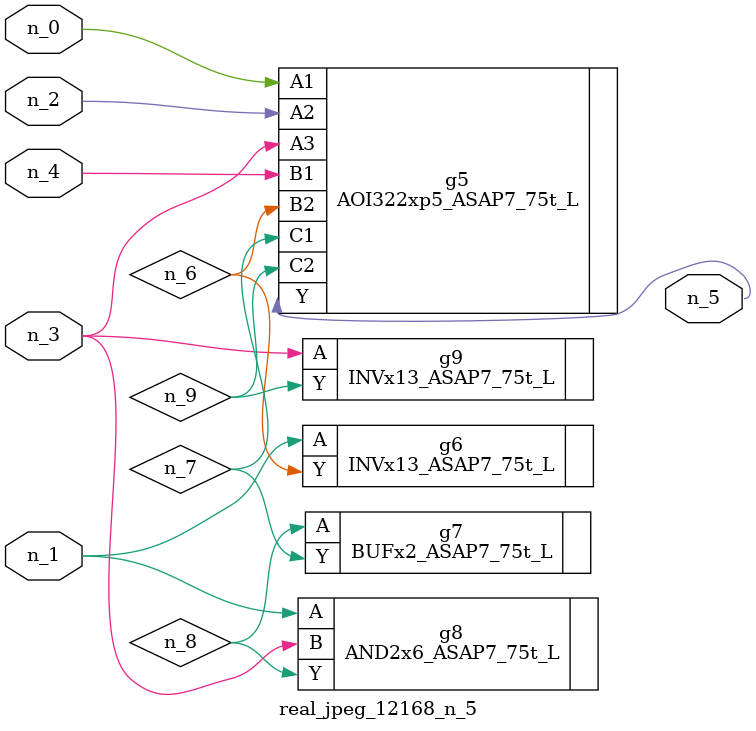
<source format=v>
module real_jpeg_12168_n_5 (n_4, n_0, n_1, n_2, n_3, n_5);

input n_4;
input n_0;
input n_1;
input n_2;
input n_3;

output n_5;

wire n_8;
wire n_6;
wire n_7;
wire n_9;

AOI322xp5_ASAP7_75t_L g5 ( 
.A1(n_0),
.A2(n_2),
.A3(n_3),
.B1(n_4),
.B2(n_6),
.C1(n_7),
.C2(n_9),
.Y(n_5)
);

INVx13_ASAP7_75t_L g6 ( 
.A(n_1),
.Y(n_6)
);

AND2x6_ASAP7_75t_L g8 ( 
.A(n_1),
.B(n_3),
.Y(n_8)
);

INVx13_ASAP7_75t_L g9 ( 
.A(n_3),
.Y(n_9)
);

BUFx2_ASAP7_75t_L g7 ( 
.A(n_8),
.Y(n_7)
);


endmodule
</source>
